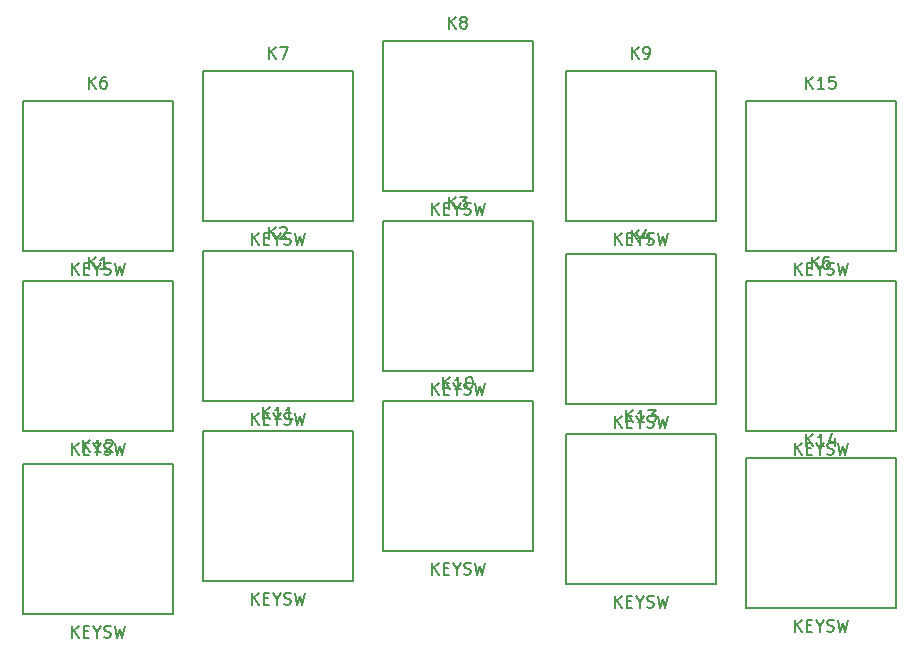
<source format=gbr>
G04 #@! TF.GenerationSoftware,KiCad,Pcbnew,5.0.1-33cea8e~68~ubuntu18.04.1*
G04 #@! TF.CreationDate,2019-01-19T22:26:20+01:00*
G04 #@! TF.ProjectId,concertina-v2.1,636F6E63657274696E612D76322E312E,rev?*
G04 #@! TF.SameCoordinates,Original*
G04 #@! TF.FileFunction,Other,Fab,Top*
%FSLAX46Y46*%
G04 Gerber Fmt 4.6, Leading zero omitted, Abs format (unit mm)*
G04 Created by KiCad (PCBNEW 5.0.1-33cea8e~68~ubuntu18.04.1) date sam. 19 janv. 2019 22:26:20 CET*
%MOMM*%
%LPD*%
G01*
G04 APERTURE LIST*
%ADD10C,0.150000*%
G04 APERTURE END LIST*
D10*
G04 #@! TO.C,K5*
X205994000Y-109220000D02*
X205994000Y-96520000D01*
X218694000Y-109220000D02*
X205994000Y-109220000D01*
X218694000Y-96520000D02*
X218694000Y-109220000D01*
X205994000Y-96520000D02*
X218694000Y-96520000D01*
G04 #@! TO.C,K9*
X190754000Y-91440000D02*
X190754000Y-78740000D01*
X203454000Y-91440000D02*
X190754000Y-91440000D01*
X203454000Y-78740000D02*
X203454000Y-91440000D01*
X190754000Y-78740000D02*
X203454000Y-78740000D01*
G04 #@! TO.C,K1*
X144780000Y-96520000D02*
X157480000Y-96520000D01*
X157480000Y-96520000D02*
X157480000Y-109220000D01*
X157480000Y-109220000D02*
X144780000Y-109220000D01*
X144780000Y-109220000D02*
X144780000Y-96520000D01*
G04 #@! TO.C,K2*
X160020000Y-106680000D02*
X160020000Y-93980000D01*
X172720000Y-106680000D02*
X160020000Y-106680000D01*
X172720000Y-93980000D02*
X172720000Y-106680000D01*
X160020000Y-93980000D02*
X172720000Y-93980000D01*
G04 #@! TO.C,K3*
X175260000Y-91440000D02*
X187960000Y-91440000D01*
X187960000Y-91440000D02*
X187960000Y-104140000D01*
X187960000Y-104140000D02*
X175260000Y-104140000D01*
X175260000Y-104140000D02*
X175260000Y-91440000D01*
G04 #@! TO.C,K4*
X190754000Y-106934000D02*
X190754000Y-94234000D01*
X203454000Y-106934000D02*
X190754000Y-106934000D01*
X203454000Y-94234000D02*
X203454000Y-106934000D01*
X190754000Y-94234000D02*
X203454000Y-94234000D01*
G04 #@! TO.C,K6*
X144780000Y-93980000D02*
X144780000Y-81280000D01*
X157480000Y-93980000D02*
X144780000Y-93980000D01*
X157480000Y-81280000D02*
X157480000Y-93980000D01*
X144780000Y-81280000D02*
X157480000Y-81280000D01*
G04 #@! TO.C,K7*
X160020000Y-78740000D02*
X172720000Y-78740000D01*
X172720000Y-78740000D02*
X172720000Y-91440000D01*
X172720000Y-91440000D02*
X160020000Y-91440000D01*
X160020000Y-91440000D02*
X160020000Y-78740000D01*
G04 #@! TO.C,K8*
X175260000Y-76200000D02*
X187960000Y-76200000D01*
X187960000Y-76200000D02*
X187960000Y-88900000D01*
X187960000Y-88900000D02*
X175260000Y-88900000D01*
X175260000Y-88900000D02*
X175260000Y-76200000D01*
G04 #@! TO.C,K10*
X175260000Y-106680000D02*
X187960000Y-106680000D01*
X187960000Y-106680000D02*
X187960000Y-119380000D01*
X187960000Y-119380000D02*
X175260000Y-119380000D01*
X175260000Y-119380000D02*
X175260000Y-106680000D01*
G04 #@! TO.C,K11*
X160020000Y-109220000D02*
X172720000Y-109220000D01*
X172720000Y-109220000D02*
X172720000Y-121920000D01*
X172720000Y-121920000D02*
X160020000Y-121920000D01*
X160020000Y-121920000D02*
X160020000Y-109220000D01*
G04 #@! TO.C,K12*
X144780000Y-124714000D02*
X144780000Y-112014000D01*
X157480000Y-124714000D02*
X144780000Y-124714000D01*
X157480000Y-112014000D02*
X157480000Y-124714000D01*
X144780000Y-112014000D02*
X157480000Y-112014000D01*
G04 #@! TO.C,K13*
X190754000Y-122174000D02*
X190754000Y-109474000D01*
X203454000Y-122174000D02*
X190754000Y-122174000D01*
X203454000Y-109474000D02*
X203454000Y-122174000D01*
X190754000Y-109474000D02*
X203454000Y-109474000D01*
G04 #@! TO.C,K14*
X205994000Y-111506000D02*
X218694000Y-111506000D01*
X218694000Y-111506000D02*
X218694000Y-124206000D01*
X218694000Y-124206000D02*
X205994000Y-124206000D01*
X205994000Y-124206000D02*
X205994000Y-111506000D01*
G04 #@! TO.C,K15*
X205994000Y-93980000D02*
X205994000Y-81280000D01*
X218694000Y-93980000D02*
X205994000Y-93980000D01*
X218694000Y-81280000D02*
X218694000Y-93980000D01*
X205994000Y-81280000D02*
X218694000Y-81280000D01*
G04 #@! TD*
G04 #@! TO.C,K5*
X210153523Y-111196380D02*
X210153523Y-110196380D01*
X210724952Y-111196380D02*
X210296380Y-110624952D01*
X210724952Y-110196380D02*
X210153523Y-110767809D01*
X211153523Y-110672571D02*
X211486857Y-110672571D01*
X211629714Y-111196380D02*
X211153523Y-111196380D01*
X211153523Y-110196380D01*
X211629714Y-110196380D01*
X212248761Y-110720190D02*
X212248761Y-111196380D01*
X211915428Y-110196380D02*
X212248761Y-110720190D01*
X212582095Y-110196380D01*
X212867809Y-111148761D02*
X213010666Y-111196380D01*
X213248761Y-111196380D01*
X213344000Y-111148761D01*
X213391619Y-111101142D01*
X213439238Y-111005904D01*
X213439238Y-110910666D01*
X213391619Y-110815428D01*
X213344000Y-110767809D01*
X213248761Y-110720190D01*
X213058285Y-110672571D01*
X212963047Y-110624952D01*
X212915428Y-110577333D01*
X212867809Y-110482095D01*
X212867809Y-110386857D01*
X212915428Y-110291619D01*
X212963047Y-110244000D01*
X213058285Y-110196380D01*
X213296380Y-110196380D01*
X213439238Y-110244000D01*
X213772571Y-110196380D02*
X214010666Y-111196380D01*
X214201142Y-110482095D01*
X214391619Y-111196380D01*
X214629714Y-110196380D01*
X211605904Y-95448380D02*
X211605904Y-94448380D01*
X212177333Y-95448380D02*
X211748761Y-94876952D01*
X212177333Y-94448380D02*
X211605904Y-95019809D01*
X213082095Y-94448380D02*
X212605904Y-94448380D01*
X212558285Y-94924571D01*
X212605904Y-94876952D01*
X212701142Y-94829333D01*
X212939238Y-94829333D01*
X213034476Y-94876952D01*
X213082095Y-94924571D01*
X213129714Y-95019809D01*
X213129714Y-95257904D01*
X213082095Y-95353142D01*
X213034476Y-95400761D01*
X212939238Y-95448380D01*
X212701142Y-95448380D01*
X212605904Y-95400761D01*
X212558285Y-95353142D01*
G04 #@! TO.C,K9*
X194913523Y-93416380D02*
X194913523Y-92416380D01*
X195484952Y-93416380D02*
X195056380Y-92844952D01*
X195484952Y-92416380D02*
X194913523Y-92987809D01*
X195913523Y-92892571D02*
X196246857Y-92892571D01*
X196389714Y-93416380D02*
X195913523Y-93416380D01*
X195913523Y-92416380D01*
X196389714Y-92416380D01*
X197008761Y-92940190D02*
X197008761Y-93416380D01*
X196675428Y-92416380D02*
X197008761Y-92940190D01*
X197342095Y-92416380D01*
X197627809Y-93368761D02*
X197770666Y-93416380D01*
X198008761Y-93416380D01*
X198104000Y-93368761D01*
X198151619Y-93321142D01*
X198199238Y-93225904D01*
X198199238Y-93130666D01*
X198151619Y-93035428D01*
X198104000Y-92987809D01*
X198008761Y-92940190D01*
X197818285Y-92892571D01*
X197723047Y-92844952D01*
X197675428Y-92797333D01*
X197627809Y-92702095D01*
X197627809Y-92606857D01*
X197675428Y-92511619D01*
X197723047Y-92464000D01*
X197818285Y-92416380D01*
X198056380Y-92416380D01*
X198199238Y-92464000D01*
X198532571Y-92416380D02*
X198770666Y-93416380D01*
X198961142Y-92702095D01*
X199151619Y-93416380D01*
X199389714Y-92416380D01*
X196365904Y-77668380D02*
X196365904Y-76668380D01*
X196937333Y-77668380D02*
X196508761Y-77096952D01*
X196937333Y-76668380D02*
X196365904Y-77239809D01*
X197413523Y-77668380D02*
X197604000Y-77668380D01*
X197699238Y-77620761D01*
X197746857Y-77573142D01*
X197842095Y-77430285D01*
X197889714Y-77239809D01*
X197889714Y-76858857D01*
X197842095Y-76763619D01*
X197794476Y-76716000D01*
X197699238Y-76668380D01*
X197508761Y-76668380D01*
X197413523Y-76716000D01*
X197365904Y-76763619D01*
X197318285Y-76858857D01*
X197318285Y-77096952D01*
X197365904Y-77192190D01*
X197413523Y-77239809D01*
X197508761Y-77287428D01*
X197699238Y-77287428D01*
X197794476Y-77239809D01*
X197842095Y-77192190D01*
X197889714Y-77096952D01*
G04 #@! TO.C,K1*
X148939523Y-111196380D02*
X148939523Y-110196380D01*
X149510952Y-111196380D02*
X149082380Y-110624952D01*
X149510952Y-110196380D02*
X148939523Y-110767809D01*
X149939523Y-110672571D02*
X150272857Y-110672571D01*
X150415714Y-111196380D02*
X149939523Y-111196380D01*
X149939523Y-110196380D01*
X150415714Y-110196380D01*
X151034761Y-110720190D02*
X151034761Y-111196380D01*
X150701428Y-110196380D02*
X151034761Y-110720190D01*
X151368095Y-110196380D01*
X151653809Y-111148761D02*
X151796666Y-111196380D01*
X152034761Y-111196380D01*
X152130000Y-111148761D01*
X152177619Y-111101142D01*
X152225238Y-111005904D01*
X152225238Y-110910666D01*
X152177619Y-110815428D01*
X152130000Y-110767809D01*
X152034761Y-110720190D01*
X151844285Y-110672571D01*
X151749047Y-110624952D01*
X151701428Y-110577333D01*
X151653809Y-110482095D01*
X151653809Y-110386857D01*
X151701428Y-110291619D01*
X151749047Y-110244000D01*
X151844285Y-110196380D01*
X152082380Y-110196380D01*
X152225238Y-110244000D01*
X152558571Y-110196380D02*
X152796666Y-111196380D01*
X152987142Y-110482095D01*
X153177619Y-111196380D01*
X153415714Y-110196380D01*
X150391904Y-95448380D02*
X150391904Y-94448380D01*
X150963333Y-95448380D02*
X150534761Y-94876952D01*
X150963333Y-94448380D02*
X150391904Y-95019809D01*
X151915714Y-95448380D02*
X151344285Y-95448380D01*
X151630000Y-95448380D02*
X151630000Y-94448380D01*
X151534761Y-94591238D01*
X151439523Y-94686476D01*
X151344285Y-94734095D01*
G04 #@! TO.C,K2*
X164179523Y-108656380D02*
X164179523Y-107656380D01*
X164750952Y-108656380D02*
X164322380Y-108084952D01*
X164750952Y-107656380D02*
X164179523Y-108227809D01*
X165179523Y-108132571D02*
X165512857Y-108132571D01*
X165655714Y-108656380D02*
X165179523Y-108656380D01*
X165179523Y-107656380D01*
X165655714Y-107656380D01*
X166274761Y-108180190D02*
X166274761Y-108656380D01*
X165941428Y-107656380D02*
X166274761Y-108180190D01*
X166608095Y-107656380D01*
X166893809Y-108608761D02*
X167036666Y-108656380D01*
X167274761Y-108656380D01*
X167370000Y-108608761D01*
X167417619Y-108561142D01*
X167465238Y-108465904D01*
X167465238Y-108370666D01*
X167417619Y-108275428D01*
X167370000Y-108227809D01*
X167274761Y-108180190D01*
X167084285Y-108132571D01*
X166989047Y-108084952D01*
X166941428Y-108037333D01*
X166893809Y-107942095D01*
X166893809Y-107846857D01*
X166941428Y-107751619D01*
X166989047Y-107704000D01*
X167084285Y-107656380D01*
X167322380Y-107656380D01*
X167465238Y-107704000D01*
X167798571Y-107656380D02*
X168036666Y-108656380D01*
X168227142Y-107942095D01*
X168417619Y-108656380D01*
X168655714Y-107656380D01*
X165631904Y-92908380D02*
X165631904Y-91908380D01*
X166203333Y-92908380D02*
X165774761Y-92336952D01*
X166203333Y-91908380D02*
X165631904Y-92479809D01*
X166584285Y-92003619D02*
X166631904Y-91956000D01*
X166727142Y-91908380D01*
X166965238Y-91908380D01*
X167060476Y-91956000D01*
X167108095Y-92003619D01*
X167155714Y-92098857D01*
X167155714Y-92194095D01*
X167108095Y-92336952D01*
X166536666Y-92908380D01*
X167155714Y-92908380D01*
G04 #@! TO.C,K3*
X179419523Y-106116380D02*
X179419523Y-105116380D01*
X179990952Y-106116380D02*
X179562380Y-105544952D01*
X179990952Y-105116380D02*
X179419523Y-105687809D01*
X180419523Y-105592571D02*
X180752857Y-105592571D01*
X180895714Y-106116380D02*
X180419523Y-106116380D01*
X180419523Y-105116380D01*
X180895714Y-105116380D01*
X181514761Y-105640190D02*
X181514761Y-106116380D01*
X181181428Y-105116380D02*
X181514761Y-105640190D01*
X181848095Y-105116380D01*
X182133809Y-106068761D02*
X182276666Y-106116380D01*
X182514761Y-106116380D01*
X182610000Y-106068761D01*
X182657619Y-106021142D01*
X182705238Y-105925904D01*
X182705238Y-105830666D01*
X182657619Y-105735428D01*
X182610000Y-105687809D01*
X182514761Y-105640190D01*
X182324285Y-105592571D01*
X182229047Y-105544952D01*
X182181428Y-105497333D01*
X182133809Y-105402095D01*
X182133809Y-105306857D01*
X182181428Y-105211619D01*
X182229047Y-105164000D01*
X182324285Y-105116380D01*
X182562380Y-105116380D01*
X182705238Y-105164000D01*
X183038571Y-105116380D02*
X183276666Y-106116380D01*
X183467142Y-105402095D01*
X183657619Y-106116380D01*
X183895714Y-105116380D01*
X180871904Y-90368380D02*
X180871904Y-89368380D01*
X181443333Y-90368380D02*
X181014761Y-89796952D01*
X181443333Y-89368380D02*
X180871904Y-89939809D01*
X181776666Y-89368380D02*
X182395714Y-89368380D01*
X182062380Y-89749333D01*
X182205238Y-89749333D01*
X182300476Y-89796952D01*
X182348095Y-89844571D01*
X182395714Y-89939809D01*
X182395714Y-90177904D01*
X182348095Y-90273142D01*
X182300476Y-90320761D01*
X182205238Y-90368380D01*
X181919523Y-90368380D01*
X181824285Y-90320761D01*
X181776666Y-90273142D01*
G04 #@! TO.C,K4*
X194913523Y-108910380D02*
X194913523Y-107910380D01*
X195484952Y-108910380D02*
X195056380Y-108338952D01*
X195484952Y-107910380D02*
X194913523Y-108481809D01*
X195913523Y-108386571D02*
X196246857Y-108386571D01*
X196389714Y-108910380D02*
X195913523Y-108910380D01*
X195913523Y-107910380D01*
X196389714Y-107910380D01*
X197008761Y-108434190D02*
X197008761Y-108910380D01*
X196675428Y-107910380D02*
X197008761Y-108434190D01*
X197342095Y-107910380D01*
X197627809Y-108862761D02*
X197770666Y-108910380D01*
X198008761Y-108910380D01*
X198104000Y-108862761D01*
X198151619Y-108815142D01*
X198199238Y-108719904D01*
X198199238Y-108624666D01*
X198151619Y-108529428D01*
X198104000Y-108481809D01*
X198008761Y-108434190D01*
X197818285Y-108386571D01*
X197723047Y-108338952D01*
X197675428Y-108291333D01*
X197627809Y-108196095D01*
X197627809Y-108100857D01*
X197675428Y-108005619D01*
X197723047Y-107958000D01*
X197818285Y-107910380D01*
X198056380Y-107910380D01*
X198199238Y-107958000D01*
X198532571Y-107910380D02*
X198770666Y-108910380D01*
X198961142Y-108196095D01*
X199151619Y-108910380D01*
X199389714Y-107910380D01*
X196365904Y-93162380D02*
X196365904Y-92162380D01*
X196937333Y-93162380D02*
X196508761Y-92590952D01*
X196937333Y-92162380D02*
X196365904Y-92733809D01*
X197794476Y-92495714D02*
X197794476Y-93162380D01*
X197556380Y-92114761D02*
X197318285Y-92829047D01*
X197937333Y-92829047D01*
G04 #@! TO.C,K6*
X148939523Y-95956380D02*
X148939523Y-94956380D01*
X149510952Y-95956380D02*
X149082380Y-95384952D01*
X149510952Y-94956380D02*
X148939523Y-95527809D01*
X149939523Y-95432571D02*
X150272857Y-95432571D01*
X150415714Y-95956380D02*
X149939523Y-95956380D01*
X149939523Y-94956380D01*
X150415714Y-94956380D01*
X151034761Y-95480190D02*
X151034761Y-95956380D01*
X150701428Y-94956380D02*
X151034761Y-95480190D01*
X151368095Y-94956380D01*
X151653809Y-95908761D02*
X151796666Y-95956380D01*
X152034761Y-95956380D01*
X152130000Y-95908761D01*
X152177619Y-95861142D01*
X152225238Y-95765904D01*
X152225238Y-95670666D01*
X152177619Y-95575428D01*
X152130000Y-95527809D01*
X152034761Y-95480190D01*
X151844285Y-95432571D01*
X151749047Y-95384952D01*
X151701428Y-95337333D01*
X151653809Y-95242095D01*
X151653809Y-95146857D01*
X151701428Y-95051619D01*
X151749047Y-95004000D01*
X151844285Y-94956380D01*
X152082380Y-94956380D01*
X152225238Y-95004000D01*
X152558571Y-94956380D02*
X152796666Y-95956380D01*
X152987142Y-95242095D01*
X153177619Y-95956380D01*
X153415714Y-94956380D01*
X150391904Y-80208380D02*
X150391904Y-79208380D01*
X150963333Y-80208380D02*
X150534761Y-79636952D01*
X150963333Y-79208380D02*
X150391904Y-79779809D01*
X151820476Y-79208380D02*
X151630000Y-79208380D01*
X151534761Y-79256000D01*
X151487142Y-79303619D01*
X151391904Y-79446476D01*
X151344285Y-79636952D01*
X151344285Y-80017904D01*
X151391904Y-80113142D01*
X151439523Y-80160761D01*
X151534761Y-80208380D01*
X151725238Y-80208380D01*
X151820476Y-80160761D01*
X151868095Y-80113142D01*
X151915714Y-80017904D01*
X151915714Y-79779809D01*
X151868095Y-79684571D01*
X151820476Y-79636952D01*
X151725238Y-79589333D01*
X151534761Y-79589333D01*
X151439523Y-79636952D01*
X151391904Y-79684571D01*
X151344285Y-79779809D01*
G04 #@! TO.C,K7*
X164179523Y-93416380D02*
X164179523Y-92416380D01*
X164750952Y-93416380D02*
X164322380Y-92844952D01*
X164750952Y-92416380D02*
X164179523Y-92987809D01*
X165179523Y-92892571D02*
X165512857Y-92892571D01*
X165655714Y-93416380D02*
X165179523Y-93416380D01*
X165179523Y-92416380D01*
X165655714Y-92416380D01*
X166274761Y-92940190D02*
X166274761Y-93416380D01*
X165941428Y-92416380D02*
X166274761Y-92940190D01*
X166608095Y-92416380D01*
X166893809Y-93368761D02*
X167036666Y-93416380D01*
X167274761Y-93416380D01*
X167370000Y-93368761D01*
X167417619Y-93321142D01*
X167465238Y-93225904D01*
X167465238Y-93130666D01*
X167417619Y-93035428D01*
X167370000Y-92987809D01*
X167274761Y-92940190D01*
X167084285Y-92892571D01*
X166989047Y-92844952D01*
X166941428Y-92797333D01*
X166893809Y-92702095D01*
X166893809Y-92606857D01*
X166941428Y-92511619D01*
X166989047Y-92464000D01*
X167084285Y-92416380D01*
X167322380Y-92416380D01*
X167465238Y-92464000D01*
X167798571Y-92416380D02*
X168036666Y-93416380D01*
X168227142Y-92702095D01*
X168417619Y-93416380D01*
X168655714Y-92416380D01*
X165631904Y-77668380D02*
X165631904Y-76668380D01*
X166203333Y-77668380D02*
X165774761Y-77096952D01*
X166203333Y-76668380D02*
X165631904Y-77239809D01*
X166536666Y-76668380D02*
X167203333Y-76668380D01*
X166774761Y-77668380D01*
G04 #@! TO.C,K8*
X179419523Y-90876380D02*
X179419523Y-89876380D01*
X179990952Y-90876380D02*
X179562380Y-90304952D01*
X179990952Y-89876380D02*
X179419523Y-90447809D01*
X180419523Y-90352571D02*
X180752857Y-90352571D01*
X180895714Y-90876380D02*
X180419523Y-90876380D01*
X180419523Y-89876380D01*
X180895714Y-89876380D01*
X181514761Y-90400190D02*
X181514761Y-90876380D01*
X181181428Y-89876380D02*
X181514761Y-90400190D01*
X181848095Y-89876380D01*
X182133809Y-90828761D02*
X182276666Y-90876380D01*
X182514761Y-90876380D01*
X182610000Y-90828761D01*
X182657619Y-90781142D01*
X182705238Y-90685904D01*
X182705238Y-90590666D01*
X182657619Y-90495428D01*
X182610000Y-90447809D01*
X182514761Y-90400190D01*
X182324285Y-90352571D01*
X182229047Y-90304952D01*
X182181428Y-90257333D01*
X182133809Y-90162095D01*
X182133809Y-90066857D01*
X182181428Y-89971619D01*
X182229047Y-89924000D01*
X182324285Y-89876380D01*
X182562380Y-89876380D01*
X182705238Y-89924000D01*
X183038571Y-89876380D02*
X183276666Y-90876380D01*
X183467142Y-90162095D01*
X183657619Y-90876380D01*
X183895714Y-89876380D01*
X180871904Y-75128380D02*
X180871904Y-74128380D01*
X181443333Y-75128380D02*
X181014761Y-74556952D01*
X181443333Y-74128380D02*
X180871904Y-74699809D01*
X182014761Y-74556952D02*
X181919523Y-74509333D01*
X181871904Y-74461714D01*
X181824285Y-74366476D01*
X181824285Y-74318857D01*
X181871904Y-74223619D01*
X181919523Y-74176000D01*
X182014761Y-74128380D01*
X182205238Y-74128380D01*
X182300476Y-74176000D01*
X182348095Y-74223619D01*
X182395714Y-74318857D01*
X182395714Y-74366476D01*
X182348095Y-74461714D01*
X182300476Y-74509333D01*
X182205238Y-74556952D01*
X182014761Y-74556952D01*
X181919523Y-74604571D01*
X181871904Y-74652190D01*
X181824285Y-74747428D01*
X181824285Y-74937904D01*
X181871904Y-75033142D01*
X181919523Y-75080761D01*
X182014761Y-75128380D01*
X182205238Y-75128380D01*
X182300476Y-75080761D01*
X182348095Y-75033142D01*
X182395714Y-74937904D01*
X182395714Y-74747428D01*
X182348095Y-74652190D01*
X182300476Y-74604571D01*
X182205238Y-74556952D01*
G04 #@! TO.C,K10*
X179419523Y-121356380D02*
X179419523Y-120356380D01*
X179990952Y-121356380D02*
X179562380Y-120784952D01*
X179990952Y-120356380D02*
X179419523Y-120927809D01*
X180419523Y-120832571D02*
X180752857Y-120832571D01*
X180895714Y-121356380D02*
X180419523Y-121356380D01*
X180419523Y-120356380D01*
X180895714Y-120356380D01*
X181514761Y-120880190D02*
X181514761Y-121356380D01*
X181181428Y-120356380D02*
X181514761Y-120880190D01*
X181848095Y-120356380D01*
X182133809Y-121308761D02*
X182276666Y-121356380D01*
X182514761Y-121356380D01*
X182610000Y-121308761D01*
X182657619Y-121261142D01*
X182705238Y-121165904D01*
X182705238Y-121070666D01*
X182657619Y-120975428D01*
X182610000Y-120927809D01*
X182514761Y-120880190D01*
X182324285Y-120832571D01*
X182229047Y-120784952D01*
X182181428Y-120737333D01*
X182133809Y-120642095D01*
X182133809Y-120546857D01*
X182181428Y-120451619D01*
X182229047Y-120404000D01*
X182324285Y-120356380D01*
X182562380Y-120356380D01*
X182705238Y-120404000D01*
X183038571Y-120356380D02*
X183276666Y-121356380D01*
X183467142Y-120642095D01*
X183657619Y-121356380D01*
X183895714Y-120356380D01*
X180395714Y-105608380D02*
X180395714Y-104608380D01*
X180967142Y-105608380D02*
X180538571Y-105036952D01*
X180967142Y-104608380D02*
X180395714Y-105179809D01*
X181919523Y-105608380D02*
X181348095Y-105608380D01*
X181633809Y-105608380D02*
X181633809Y-104608380D01*
X181538571Y-104751238D01*
X181443333Y-104846476D01*
X181348095Y-104894095D01*
X182538571Y-104608380D02*
X182633809Y-104608380D01*
X182729047Y-104656000D01*
X182776666Y-104703619D01*
X182824285Y-104798857D01*
X182871904Y-104989333D01*
X182871904Y-105227428D01*
X182824285Y-105417904D01*
X182776666Y-105513142D01*
X182729047Y-105560761D01*
X182633809Y-105608380D01*
X182538571Y-105608380D01*
X182443333Y-105560761D01*
X182395714Y-105513142D01*
X182348095Y-105417904D01*
X182300476Y-105227428D01*
X182300476Y-104989333D01*
X182348095Y-104798857D01*
X182395714Y-104703619D01*
X182443333Y-104656000D01*
X182538571Y-104608380D01*
G04 #@! TO.C,K11*
X164179523Y-123896380D02*
X164179523Y-122896380D01*
X164750952Y-123896380D02*
X164322380Y-123324952D01*
X164750952Y-122896380D02*
X164179523Y-123467809D01*
X165179523Y-123372571D02*
X165512857Y-123372571D01*
X165655714Y-123896380D02*
X165179523Y-123896380D01*
X165179523Y-122896380D01*
X165655714Y-122896380D01*
X166274761Y-123420190D02*
X166274761Y-123896380D01*
X165941428Y-122896380D02*
X166274761Y-123420190D01*
X166608095Y-122896380D01*
X166893809Y-123848761D02*
X167036666Y-123896380D01*
X167274761Y-123896380D01*
X167370000Y-123848761D01*
X167417619Y-123801142D01*
X167465238Y-123705904D01*
X167465238Y-123610666D01*
X167417619Y-123515428D01*
X167370000Y-123467809D01*
X167274761Y-123420190D01*
X167084285Y-123372571D01*
X166989047Y-123324952D01*
X166941428Y-123277333D01*
X166893809Y-123182095D01*
X166893809Y-123086857D01*
X166941428Y-122991619D01*
X166989047Y-122944000D01*
X167084285Y-122896380D01*
X167322380Y-122896380D01*
X167465238Y-122944000D01*
X167798571Y-122896380D02*
X168036666Y-123896380D01*
X168227142Y-123182095D01*
X168417619Y-123896380D01*
X168655714Y-122896380D01*
X165155714Y-108148380D02*
X165155714Y-107148380D01*
X165727142Y-108148380D02*
X165298571Y-107576952D01*
X165727142Y-107148380D02*
X165155714Y-107719809D01*
X166679523Y-108148380D02*
X166108095Y-108148380D01*
X166393809Y-108148380D02*
X166393809Y-107148380D01*
X166298571Y-107291238D01*
X166203333Y-107386476D01*
X166108095Y-107434095D01*
X167631904Y-108148380D02*
X167060476Y-108148380D01*
X167346190Y-108148380D02*
X167346190Y-107148380D01*
X167250952Y-107291238D01*
X167155714Y-107386476D01*
X167060476Y-107434095D01*
G04 #@! TO.C,K12*
X148939523Y-126690380D02*
X148939523Y-125690380D01*
X149510952Y-126690380D02*
X149082380Y-126118952D01*
X149510952Y-125690380D02*
X148939523Y-126261809D01*
X149939523Y-126166571D02*
X150272857Y-126166571D01*
X150415714Y-126690380D02*
X149939523Y-126690380D01*
X149939523Y-125690380D01*
X150415714Y-125690380D01*
X151034761Y-126214190D02*
X151034761Y-126690380D01*
X150701428Y-125690380D02*
X151034761Y-126214190D01*
X151368095Y-125690380D01*
X151653809Y-126642761D02*
X151796666Y-126690380D01*
X152034761Y-126690380D01*
X152130000Y-126642761D01*
X152177619Y-126595142D01*
X152225238Y-126499904D01*
X152225238Y-126404666D01*
X152177619Y-126309428D01*
X152130000Y-126261809D01*
X152034761Y-126214190D01*
X151844285Y-126166571D01*
X151749047Y-126118952D01*
X151701428Y-126071333D01*
X151653809Y-125976095D01*
X151653809Y-125880857D01*
X151701428Y-125785619D01*
X151749047Y-125738000D01*
X151844285Y-125690380D01*
X152082380Y-125690380D01*
X152225238Y-125738000D01*
X152558571Y-125690380D02*
X152796666Y-126690380D01*
X152987142Y-125976095D01*
X153177619Y-126690380D01*
X153415714Y-125690380D01*
X149915714Y-110942380D02*
X149915714Y-109942380D01*
X150487142Y-110942380D02*
X150058571Y-110370952D01*
X150487142Y-109942380D02*
X149915714Y-110513809D01*
X151439523Y-110942380D02*
X150868095Y-110942380D01*
X151153809Y-110942380D02*
X151153809Y-109942380D01*
X151058571Y-110085238D01*
X150963333Y-110180476D01*
X150868095Y-110228095D01*
X151820476Y-110037619D02*
X151868095Y-109990000D01*
X151963333Y-109942380D01*
X152201428Y-109942380D01*
X152296666Y-109990000D01*
X152344285Y-110037619D01*
X152391904Y-110132857D01*
X152391904Y-110228095D01*
X152344285Y-110370952D01*
X151772857Y-110942380D01*
X152391904Y-110942380D01*
G04 #@! TO.C,K13*
X194913523Y-124150380D02*
X194913523Y-123150380D01*
X195484952Y-124150380D02*
X195056380Y-123578952D01*
X195484952Y-123150380D02*
X194913523Y-123721809D01*
X195913523Y-123626571D02*
X196246857Y-123626571D01*
X196389714Y-124150380D02*
X195913523Y-124150380D01*
X195913523Y-123150380D01*
X196389714Y-123150380D01*
X197008761Y-123674190D02*
X197008761Y-124150380D01*
X196675428Y-123150380D02*
X197008761Y-123674190D01*
X197342095Y-123150380D01*
X197627809Y-124102761D02*
X197770666Y-124150380D01*
X198008761Y-124150380D01*
X198104000Y-124102761D01*
X198151619Y-124055142D01*
X198199238Y-123959904D01*
X198199238Y-123864666D01*
X198151619Y-123769428D01*
X198104000Y-123721809D01*
X198008761Y-123674190D01*
X197818285Y-123626571D01*
X197723047Y-123578952D01*
X197675428Y-123531333D01*
X197627809Y-123436095D01*
X197627809Y-123340857D01*
X197675428Y-123245619D01*
X197723047Y-123198000D01*
X197818285Y-123150380D01*
X198056380Y-123150380D01*
X198199238Y-123198000D01*
X198532571Y-123150380D02*
X198770666Y-124150380D01*
X198961142Y-123436095D01*
X199151619Y-124150380D01*
X199389714Y-123150380D01*
X195889714Y-108402380D02*
X195889714Y-107402380D01*
X196461142Y-108402380D02*
X196032571Y-107830952D01*
X196461142Y-107402380D02*
X195889714Y-107973809D01*
X197413523Y-108402380D02*
X196842095Y-108402380D01*
X197127809Y-108402380D02*
X197127809Y-107402380D01*
X197032571Y-107545238D01*
X196937333Y-107640476D01*
X196842095Y-107688095D01*
X197746857Y-107402380D02*
X198365904Y-107402380D01*
X198032571Y-107783333D01*
X198175428Y-107783333D01*
X198270666Y-107830952D01*
X198318285Y-107878571D01*
X198365904Y-107973809D01*
X198365904Y-108211904D01*
X198318285Y-108307142D01*
X198270666Y-108354761D01*
X198175428Y-108402380D01*
X197889714Y-108402380D01*
X197794476Y-108354761D01*
X197746857Y-108307142D01*
G04 #@! TO.C,K14*
X210153523Y-126182380D02*
X210153523Y-125182380D01*
X210724952Y-126182380D02*
X210296380Y-125610952D01*
X210724952Y-125182380D02*
X210153523Y-125753809D01*
X211153523Y-125658571D02*
X211486857Y-125658571D01*
X211629714Y-126182380D02*
X211153523Y-126182380D01*
X211153523Y-125182380D01*
X211629714Y-125182380D01*
X212248761Y-125706190D02*
X212248761Y-126182380D01*
X211915428Y-125182380D02*
X212248761Y-125706190D01*
X212582095Y-125182380D01*
X212867809Y-126134761D02*
X213010666Y-126182380D01*
X213248761Y-126182380D01*
X213344000Y-126134761D01*
X213391619Y-126087142D01*
X213439238Y-125991904D01*
X213439238Y-125896666D01*
X213391619Y-125801428D01*
X213344000Y-125753809D01*
X213248761Y-125706190D01*
X213058285Y-125658571D01*
X212963047Y-125610952D01*
X212915428Y-125563333D01*
X212867809Y-125468095D01*
X212867809Y-125372857D01*
X212915428Y-125277619D01*
X212963047Y-125230000D01*
X213058285Y-125182380D01*
X213296380Y-125182380D01*
X213439238Y-125230000D01*
X213772571Y-125182380D02*
X214010666Y-126182380D01*
X214201142Y-125468095D01*
X214391619Y-126182380D01*
X214629714Y-125182380D01*
X211129714Y-110434380D02*
X211129714Y-109434380D01*
X211701142Y-110434380D02*
X211272571Y-109862952D01*
X211701142Y-109434380D02*
X211129714Y-110005809D01*
X212653523Y-110434380D02*
X212082095Y-110434380D01*
X212367809Y-110434380D02*
X212367809Y-109434380D01*
X212272571Y-109577238D01*
X212177333Y-109672476D01*
X212082095Y-109720095D01*
X213510666Y-109767714D02*
X213510666Y-110434380D01*
X213272571Y-109386761D02*
X213034476Y-110101047D01*
X213653523Y-110101047D01*
G04 #@! TO.C,K15*
X210153523Y-95956380D02*
X210153523Y-94956380D01*
X210724952Y-95956380D02*
X210296380Y-95384952D01*
X210724952Y-94956380D02*
X210153523Y-95527809D01*
X211153523Y-95432571D02*
X211486857Y-95432571D01*
X211629714Y-95956380D02*
X211153523Y-95956380D01*
X211153523Y-94956380D01*
X211629714Y-94956380D01*
X212248761Y-95480190D02*
X212248761Y-95956380D01*
X211915428Y-94956380D02*
X212248761Y-95480190D01*
X212582095Y-94956380D01*
X212867809Y-95908761D02*
X213010666Y-95956380D01*
X213248761Y-95956380D01*
X213344000Y-95908761D01*
X213391619Y-95861142D01*
X213439238Y-95765904D01*
X213439238Y-95670666D01*
X213391619Y-95575428D01*
X213344000Y-95527809D01*
X213248761Y-95480190D01*
X213058285Y-95432571D01*
X212963047Y-95384952D01*
X212915428Y-95337333D01*
X212867809Y-95242095D01*
X212867809Y-95146857D01*
X212915428Y-95051619D01*
X212963047Y-95004000D01*
X213058285Y-94956380D01*
X213296380Y-94956380D01*
X213439238Y-95004000D01*
X213772571Y-94956380D02*
X214010666Y-95956380D01*
X214201142Y-95242095D01*
X214391619Y-95956380D01*
X214629714Y-94956380D01*
X211129714Y-80208380D02*
X211129714Y-79208380D01*
X211701142Y-80208380D02*
X211272571Y-79636952D01*
X211701142Y-79208380D02*
X211129714Y-79779809D01*
X212653523Y-80208380D02*
X212082095Y-80208380D01*
X212367809Y-80208380D02*
X212367809Y-79208380D01*
X212272571Y-79351238D01*
X212177333Y-79446476D01*
X212082095Y-79494095D01*
X213558285Y-79208380D02*
X213082095Y-79208380D01*
X213034476Y-79684571D01*
X213082095Y-79636952D01*
X213177333Y-79589333D01*
X213415428Y-79589333D01*
X213510666Y-79636952D01*
X213558285Y-79684571D01*
X213605904Y-79779809D01*
X213605904Y-80017904D01*
X213558285Y-80113142D01*
X213510666Y-80160761D01*
X213415428Y-80208380D01*
X213177333Y-80208380D01*
X213082095Y-80160761D01*
X213034476Y-80113142D01*
G04 #@! TD*
M02*

</source>
